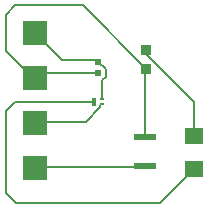
<source format=gbr>
G04 EAGLE Gerber RS-274X export*
G75*
%MOMM*%
%FSLAX34Y34*%
%LPD*%
%INTop Copper*%
%IPPOS*%
%AMOC8*
5,1,8,0,0,1.08239X$1,22.5*%
G01*
G04 Define Apertures*
%ADD10R,0.620000X0.560000*%
%ADD11R,1.900000X0.500000*%
%ADD12R,2.000000X2.000000*%
%ADD13R,0.400000X0.250000*%
%ADD14R,0.400000X0.700000*%
%ADD15R,0.950000X0.900000*%
%ADD16R,1.500000X1.400000*%
%ADD17C,0.152400*%
D10*
X78740Y131090D03*
X78740Y140690D03*
D11*
X118760Y77120D03*
X118760Y52120D03*
D12*
X25400Y127000D03*
D13*
X82240Y104430D03*
X82240Y108930D03*
D14*
X75240Y106680D03*
D15*
X119380Y134240D03*
X119380Y150240D03*
D12*
X25400Y88900D03*
X25400Y50800D03*
D16*
X160220Y77490D03*
X160220Y49490D03*
D12*
X25400Y165100D03*
D17*
X82296Y124968D02*
X82296Y109728D01*
X82296Y124968D02*
X85344Y128016D01*
X85344Y134112D01*
X79248Y140208D01*
X82296Y109728D02*
X82240Y108930D01*
X79248Y140208D02*
X78740Y140690D01*
X77724Y141732D02*
X48768Y141732D01*
X25400Y165100D01*
X77724Y141732D02*
X78740Y140690D01*
X80772Y103632D02*
X80772Y102108D01*
X68580Y89916D01*
X25908Y89916D01*
X80772Y103632D02*
X82240Y104430D01*
X25908Y89916D02*
X25400Y88900D01*
X28956Y131064D02*
X77724Y131064D01*
X28956Y131064D02*
X25908Y128016D01*
X77724Y131064D02*
X78740Y131090D01*
X25908Y128016D02*
X25400Y127000D01*
X118872Y134112D02*
X118872Y77724D01*
X118872Y134112D02*
X119380Y134240D01*
X118872Y77724D02*
X118760Y77120D01*
X66200Y188308D02*
X8890Y188308D01*
X66200Y188308D02*
X118872Y135636D01*
X28956Y131064D02*
X28881Y130979D01*
X25400Y127000D01*
X118872Y135636D02*
X119380Y134240D01*
X8890Y188308D02*
X922Y180340D01*
X922Y150000D01*
X19943Y130979D01*
X28881Y130979D01*
X20000Y106680D02*
X19812Y106680D01*
X20000Y106680D02*
X75240Y106680D01*
X160020Y50292D02*
X160220Y49490D01*
X19812Y106680D02*
X8542Y106680D01*
X922Y99060D01*
X922Y29210D01*
X9210Y20922D01*
X131652Y20922D01*
X160220Y49490D01*
X120396Y146304D02*
X120396Y149352D01*
X128350Y138350D02*
X160020Y106680D01*
X128350Y138350D02*
X120396Y146304D01*
X160020Y106680D02*
X160020Y77724D01*
X120396Y149352D02*
X119380Y150240D01*
X160020Y77724D02*
X160220Y77490D01*
X117348Y51816D02*
X25908Y51816D01*
X117348Y51816D02*
X118760Y52120D01*
X25908Y51816D02*
X25400Y50800D01*
M02*

</source>
